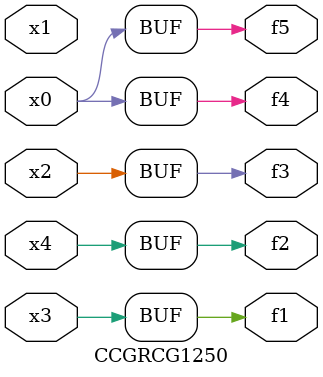
<source format=v>
module CCGRCG1250(
	input x0, x1, x2, x3, x4,
	output f1, f2, f3, f4, f5
);
	assign f1 = x3;
	assign f2 = x4;
	assign f3 = x2;
	assign f4 = x0;
	assign f5 = x0;
endmodule

</source>
